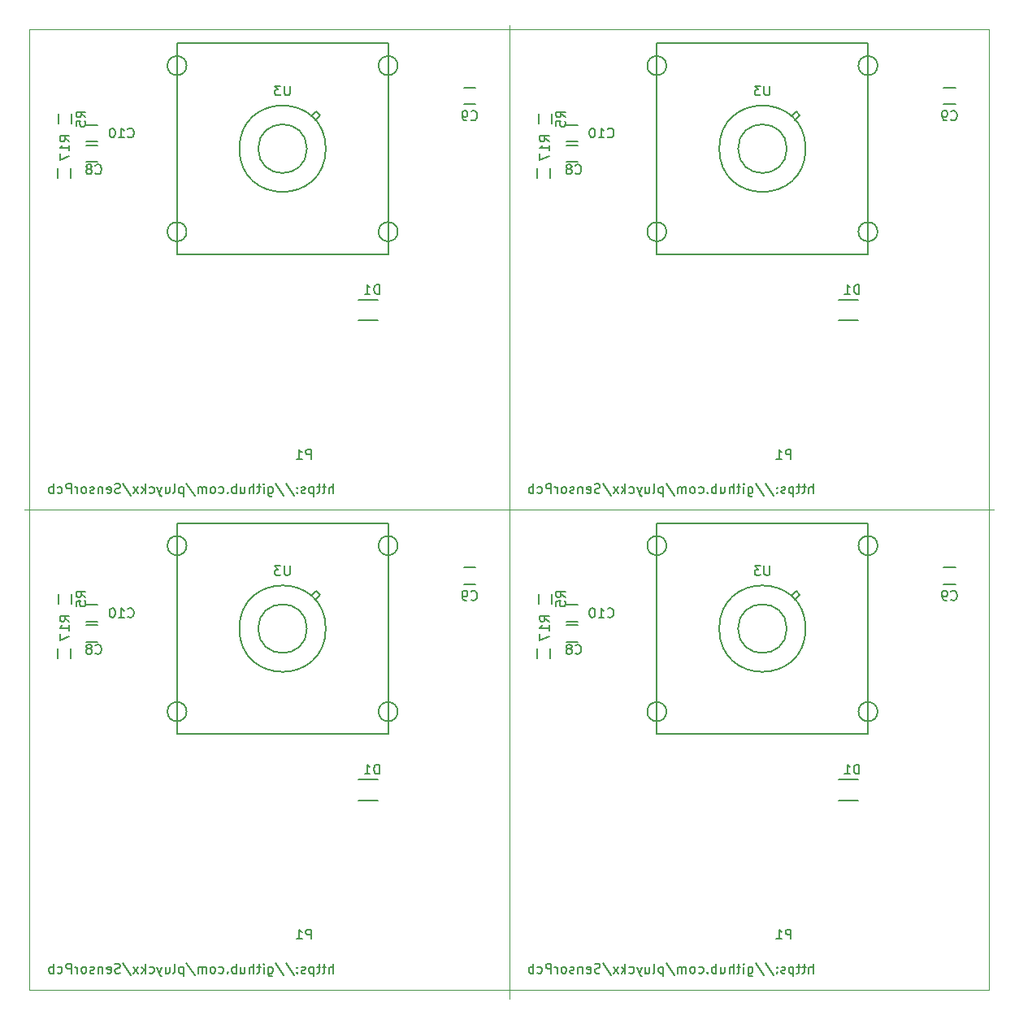
<source format=gbr>
G04 #@! TF.FileFunction,Legend,Bot*
%FSLAX46Y46*%
G04 Gerber Fmt 4.6, Leading zero omitted, Abs format (unit mm)*
G04 Created by KiCad (PCBNEW 4.0.4+dfsg1-stable) date Wed Mar  8 20:57:33 2017*
%MOMM*%
%LPD*%
G01*
G04 APERTURE LIST*
%ADD10C,0.100000*%
%ADD11C,0.200000*%
%ADD12C,0.150000*%
G04 APERTURE END LIST*
D10*
D11*
X122635716Y-138302381D02*
X122635716Y-137302381D01*
X122207144Y-138302381D02*
X122207144Y-137778571D01*
X122254763Y-137683333D01*
X122350001Y-137635714D01*
X122492859Y-137635714D01*
X122588097Y-137683333D01*
X122635716Y-137730952D01*
X121873811Y-137635714D02*
X121492859Y-137635714D01*
X121730954Y-137302381D02*
X121730954Y-138159524D01*
X121683335Y-138254762D01*
X121588097Y-138302381D01*
X121492859Y-138302381D01*
X121302382Y-137635714D02*
X120921430Y-137635714D01*
X121159525Y-137302381D02*
X121159525Y-138159524D01*
X121111906Y-138254762D01*
X121016668Y-138302381D01*
X120921430Y-138302381D01*
X120588096Y-137635714D02*
X120588096Y-138635714D01*
X120588096Y-137683333D02*
X120492858Y-137635714D01*
X120302381Y-137635714D01*
X120207143Y-137683333D01*
X120159524Y-137730952D01*
X120111905Y-137826190D01*
X120111905Y-138111905D01*
X120159524Y-138207143D01*
X120207143Y-138254762D01*
X120302381Y-138302381D01*
X120492858Y-138302381D01*
X120588096Y-138254762D01*
X119730953Y-138254762D02*
X119635715Y-138302381D01*
X119445239Y-138302381D01*
X119350000Y-138254762D01*
X119302381Y-138159524D01*
X119302381Y-138111905D01*
X119350000Y-138016667D01*
X119445239Y-137969048D01*
X119588096Y-137969048D01*
X119683334Y-137921429D01*
X119730953Y-137826190D01*
X119730953Y-137778571D01*
X119683334Y-137683333D01*
X119588096Y-137635714D01*
X119445239Y-137635714D01*
X119350000Y-137683333D01*
X118873810Y-138207143D02*
X118826191Y-138254762D01*
X118873810Y-138302381D01*
X118921429Y-138254762D01*
X118873810Y-138207143D01*
X118873810Y-138302381D01*
X118873810Y-137683333D02*
X118826191Y-137730952D01*
X118873810Y-137778571D01*
X118921429Y-137730952D01*
X118873810Y-137683333D01*
X118873810Y-137778571D01*
X117683334Y-137254762D02*
X118540477Y-138540476D01*
X116635715Y-137254762D02*
X117492858Y-138540476D01*
X115873810Y-137635714D02*
X115873810Y-138445238D01*
X115921429Y-138540476D01*
X115969048Y-138588095D01*
X116064287Y-138635714D01*
X116207144Y-138635714D01*
X116302382Y-138588095D01*
X115873810Y-138254762D02*
X115969048Y-138302381D01*
X116159525Y-138302381D01*
X116254763Y-138254762D01*
X116302382Y-138207143D01*
X116350001Y-138111905D01*
X116350001Y-137826190D01*
X116302382Y-137730952D01*
X116254763Y-137683333D01*
X116159525Y-137635714D01*
X115969048Y-137635714D01*
X115873810Y-137683333D01*
X115397620Y-138302381D02*
X115397620Y-137635714D01*
X115397620Y-137302381D02*
X115445239Y-137350000D01*
X115397620Y-137397619D01*
X115350001Y-137350000D01*
X115397620Y-137302381D01*
X115397620Y-137397619D01*
X115064287Y-137635714D02*
X114683335Y-137635714D01*
X114921430Y-137302381D02*
X114921430Y-138159524D01*
X114873811Y-138254762D01*
X114778573Y-138302381D01*
X114683335Y-138302381D01*
X114350001Y-138302381D02*
X114350001Y-137302381D01*
X113921429Y-138302381D02*
X113921429Y-137778571D01*
X113969048Y-137683333D01*
X114064286Y-137635714D01*
X114207144Y-137635714D01*
X114302382Y-137683333D01*
X114350001Y-137730952D01*
X113016667Y-137635714D02*
X113016667Y-138302381D01*
X113445239Y-137635714D02*
X113445239Y-138159524D01*
X113397620Y-138254762D01*
X113302382Y-138302381D01*
X113159524Y-138302381D01*
X113064286Y-138254762D01*
X113016667Y-138207143D01*
X112540477Y-138302381D02*
X112540477Y-137302381D01*
X112540477Y-137683333D02*
X112445239Y-137635714D01*
X112254762Y-137635714D01*
X112159524Y-137683333D01*
X112111905Y-137730952D01*
X112064286Y-137826190D01*
X112064286Y-138111905D01*
X112111905Y-138207143D01*
X112159524Y-138254762D01*
X112254762Y-138302381D01*
X112445239Y-138302381D01*
X112540477Y-138254762D01*
X111635715Y-138207143D02*
X111588096Y-138254762D01*
X111635715Y-138302381D01*
X111683334Y-138254762D01*
X111635715Y-138207143D01*
X111635715Y-138302381D01*
X110730953Y-138254762D02*
X110826191Y-138302381D01*
X111016668Y-138302381D01*
X111111906Y-138254762D01*
X111159525Y-138207143D01*
X111207144Y-138111905D01*
X111207144Y-137826190D01*
X111159525Y-137730952D01*
X111111906Y-137683333D01*
X111016668Y-137635714D01*
X110826191Y-137635714D01*
X110730953Y-137683333D01*
X110159525Y-138302381D02*
X110254763Y-138254762D01*
X110302382Y-138207143D01*
X110350001Y-138111905D01*
X110350001Y-137826190D01*
X110302382Y-137730952D01*
X110254763Y-137683333D01*
X110159525Y-137635714D01*
X110016667Y-137635714D01*
X109921429Y-137683333D01*
X109873810Y-137730952D01*
X109826191Y-137826190D01*
X109826191Y-138111905D01*
X109873810Y-138207143D01*
X109921429Y-138254762D01*
X110016667Y-138302381D01*
X110159525Y-138302381D01*
X109397620Y-138302381D02*
X109397620Y-137635714D01*
X109397620Y-137730952D02*
X109350001Y-137683333D01*
X109254763Y-137635714D01*
X109111905Y-137635714D01*
X109016667Y-137683333D01*
X108969048Y-137778571D01*
X108969048Y-138302381D01*
X108969048Y-137778571D02*
X108921429Y-137683333D01*
X108826191Y-137635714D01*
X108683334Y-137635714D01*
X108588096Y-137683333D01*
X108540477Y-137778571D01*
X108540477Y-138302381D01*
X107350001Y-137254762D02*
X108207144Y-138540476D01*
X107016668Y-137635714D02*
X107016668Y-138635714D01*
X107016668Y-137683333D02*
X106921430Y-137635714D01*
X106730953Y-137635714D01*
X106635715Y-137683333D01*
X106588096Y-137730952D01*
X106540477Y-137826190D01*
X106540477Y-138111905D01*
X106588096Y-138207143D01*
X106635715Y-138254762D01*
X106730953Y-138302381D01*
X106921430Y-138302381D01*
X107016668Y-138254762D01*
X105969049Y-138302381D02*
X106064287Y-138254762D01*
X106111906Y-138159524D01*
X106111906Y-137302381D01*
X105159524Y-137635714D02*
X105159524Y-138302381D01*
X105588096Y-137635714D02*
X105588096Y-138159524D01*
X105540477Y-138254762D01*
X105445239Y-138302381D01*
X105302381Y-138302381D01*
X105207143Y-138254762D01*
X105159524Y-138207143D01*
X104778572Y-137635714D02*
X104540477Y-138302381D01*
X104302381Y-137635714D02*
X104540477Y-138302381D01*
X104635715Y-138540476D01*
X104683334Y-138588095D01*
X104778572Y-138635714D01*
X103492857Y-138254762D02*
X103588095Y-138302381D01*
X103778572Y-138302381D01*
X103873810Y-138254762D01*
X103921429Y-138207143D01*
X103969048Y-138111905D01*
X103969048Y-137826190D01*
X103921429Y-137730952D01*
X103873810Y-137683333D01*
X103778572Y-137635714D01*
X103588095Y-137635714D01*
X103492857Y-137683333D01*
X103064286Y-138302381D02*
X103064286Y-137302381D01*
X102969048Y-137921429D02*
X102683333Y-138302381D01*
X102683333Y-137635714D02*
X103064286Y-138016667D01*
X102350000Y-138302381D02*
X101826190Y-137635714D01*
X102350000Y-137635714D02*
X101826190Y-138302381D01*
X100730952Y-137254762D02*
X101588095Y-138540476D01*
X100445238Y-138254762D02*
X100302381Y-138302381D01*
X100064285Y-138302381D01*
X99969047Y-138254762D01*
X99921428Y-138207143D01*
X99873809Y-138111905D01*
X99873809Y-138016667D01*
X99921428Y-137921429D01*
X99969047Y-137873810D01*
X100064285Y-137826190D01*
X100254762Y-137778571D01*
X100350000Y-137730952D01*
X100397619Y-137683333D01*
X100445238Y-137588095D01*
X100445238Y-137492857D01*
X100397619Y-137397619D01*
X100350000Y-137350000D01*
X100254762Y-137302381D01*
X100016666Y-137302381D01*
X99873809Y-137350000D01*
X99064285Y-138254762D02*
X99159523Y-138302381D01*
X99350000Y-138302381D01*
X99445238Y-138254762D01*
X99492857Y-138159524D01*
X99492857Y-137778571D01*
X99445238Y-137683333D01*
X99350000Y-137635714D01*
X99159523Y-137635714D01*
X99064285Y-137683333D01*
X99016666Y-137778571D01*
X99016666Y-137873810D01*
X99492857Y-137969048D01*
X98588095Y-137635714D02*
X98588095Y-138302381D01*
X98588095Y-137730952D02*
X98540476Y-137683333D01*
X98445238Y-137635714D01*
X98302380Y-137635714D01*
X98207142Y-137683333D01*
X98159523Y-137778571D01*
X98159523Y-138302381D01*
X97730952Y-138254762D02*
X97635714Y-138302381D01*
X97445238Y-138302381D01*
X97349999Y-138254762D01*
X97302380Y-138159524D01*
X97302380Y-138111905D01*
X97349999Y-138016667D01*
X97445238Y-137969048D01*
X97588095Y-137969048D01*
X97683333Y-137921429D01*
X97730952Y-137826190D01*
X97730952Y-137778571D01*
X97683333Y-137683333D01*
X97588095Y-137635714D01*
X97445238Y-137635714D01*
X97349999Y-137683333D01*
X96730952Y-138302381D02*
X96826190Y-138254762D01*
X96873809Y-138207143D01*
X96921428Y-138111905D01*
X96921428Y-137826190D01*
X96873809Y-137730952D01*
X96826190Y-137683333D01*
X96730952Y-137635714D01*
X96588094Y-137635714D01*
X96492856Y-137683333D01*
X96445237Y-137730952D01*
X96397618Y-137826190D01*
X96397618Y-138111905D01*
X96445237Y-138207143D01*
X96492856Y-138254762D01*
X96588094Y-138302381D01*
X96730952Y-138302381D01*
X95969047Y-138302381D02*
X95969047Y-137635714D01*
X95969047Y-137826190D02*
X95921428Y-137730952D01*
X95873809Y-137683333D01*
X95778571Y-137635714D01*
X95683332Y-137635714D01*
X95349999Y-138302381D02*
X95349999Y-137302381D01*
X94969046Y-137302381D01*
X94873808Y-137350000D01*
X94826189Y-137397619D01*
X94778570Y-137492857D01*
X94778570Y-137635714D01*
X94826189Y-137730952D01*
X94873808Y-137778571D01*
X94969046Y-137826190D01*
X95349999Y-137826190D01*
X93921427Y-138254762D02*
X94016665Y-138302381D01*
X94207142Y-138302381D01*
X94302380Y-138254762D01*
X94349999Y-138207143D01*
X94397618Y-138111905D01*
X94397618Y-137826190D01*
X94349999Y-137730952D01*
X94302380Y-137683333D01*
X94207142Y-137635714D01*
X94016665Y-137635714D01*
X93921427Y-137683333D01*
X93492856Y-138302381D02*
X93492856Y-137302381D01*
X93492856Y-137683333D02*
X93397618Y-137635714D01*
X93207141Y-137635714D01*
X93111903Y-137683333D01*
X93064284Y-137730952D01*
X93016665Y-137826190D01*
X93016665Y-138111905D01*
X93064284Y-138207143D01*
X93111903Y-138254762D01*
X93207141Y-138302381D01*
X93397618Y-138302381D01*
X93492856Y-138254762D01*
X172635716Y-138302381D02*
X172635716Y-137302381D01*
X172207144Y-138302381D02*
X172207144Y-137778571D01*
X172254763Y-137683333D01*
X172350001Y-137635714D01*
X172492859Y-137635714D01*
X172588097Y-137683333D01*
X172635716Y-137730952D01*
X171873811Y-137635714D02*
X171492859Y-137635714D01*
X171730954Y-137302381D02*
X171730954Y-138159524D01*
X171683335Y-138254762D01*
X171588097Y-138302381D01*
X171492859Y-138302381D01*
X171302382Y-137635714D02*
X170921430Y-137635714D01*
X171159525Y-137302381D02*
X171159525Y-138159524D01*
X171111906Y-138254762D01*
X171016668Y-138302381D01*
X170921430Y-138302381D01*
X170588096Y-137635714D02*
X170588096Y-138635714D01*
X170588096Y-137683333D02*
X170492858Y-137635714D01*
X170302381Y-137635714D01*
X170207143Y-137683333D01*
X170159524Y-137730952D01*
X170111905Y-137826190D01*
X170111905Y-138111905D01*
X170159524Y-138207143D01*
X170207143Y-138254762D01*
X170302381Y-138302381D01*
X170492858Y-138302381D01*
X170588096Y-138254762D01*
X169730953Y-138254762D02*
X169635715Y-138302381D01*
X169445239Y-138302381D01*
X169350000Y-138254762D01*
X169302381Y-138159524D01*
X169302381Y-138111905D01*
X169350000Y-138016667D01*
X169445239Y-137969048D01*
X169588096Y-137969048D01*
X169683334Y-137921429D01*
X169730953Y-137826190D01*
X169730953Y-137778571D01*
X169683334Y-137683333D01*
X169588096Y-137635714D01*
X169445239Y-137635714D01*
X169350000Y-137683333D01*
X168873810Y-138207143D02*
X168826191Y-138254762D01*
X168873810Y-138302381D01*
X168921429Y-138254762D01*
X168873810Y-138207143D01*
X168873810Y-138302381D01*
X168873810Y-137683333D02*
X168826191Y-137730952D01*
X168873810Y-137778571D01*
X168921429Y-137730952D01*
X168873810Y-137683333D01*
X168873810Y-137778571D01*
X167683334Y-137254762D02*
X168540477Y-138540476D01*
X166635715Y-137254762D02*
X167492858Y-138540476D01*
X165873810Y-137635714D02*
X165873810Y-138445238D01*
X165921429Y-138540476D01*
X165969048Y-138588095D01*
X166064287Y-138635714D01*
X166207144Y-138635714D01*
X166302382Y-138588095D01*
X165873810Y-138254762D02*
X165969048Y-138302381D01*
X166159525Y-138302381D01*
X166254763Y-138254762D01*
X166302382Y-138207143D01*
X166350001Y-138111905D01*
X166350001Y-137826190D01*
X166302382Y-137730952D01*
X166254763Y-137683333D01*
X166159525Y-137635714D01*
X165969048Y-137635714D01*
X165873810Y-137683333D01*
X165397620Y-138302381D02*
X165397620Y-137635714D01*
X165397620Y-137302381D02*
X165445239Y-137350000D01*
X165397620Y-137397619D01*
X165350001Y-137350000D01*
X165397620Y-137302381D01*
X165397620Y-137397619D01*
X165064287Y-137635714D02*
X164683335Y-137635714D01*
X164921430Y-137302381D02*
X164921430Y-138159524D01*
X164873811Y-138254762D01*
X164778573Y-138302381D01*
X164683335Y-138302381D01*
X164350001Y-138302381D02*
X164350001Y-137302381D01*
X163921429Y-138302381D02*
X163921429Y-137778571D01*
X163969048Y-137683333D01*
X164064286Y-137635714D01*
X164207144Y-137635714D01*
X164302382Y-137683333D01*
X164350001Y-137730952D01*
X163016667Y-137635714D02*
X163016667Y-138302381D01*
X163445239Y-137635714D02*
X163445239Y-138159524D01*
X163397620Y-138254762D01*
X163302382Y-138302381D01*
X163159524Y-138302381D01*
X163064286Y-138254762D01*
X163016667Y-138207143D01*
X162540477Y-138302381D02*
X162540477Y-137302381D01*
X162540477Y-137683333D02*
X162445239Y-137635714D01*
X162254762Y-137635714D01*
X162159524Y-137683333D01*
X162111905Y-137730952D01*
X162064286Y-137826190D01*
X162064286Y-138111905D01*
X162111905Y-138207143D01*
X162159524Y-138254762D01*
X162254762Y-138302381D01*
X162445239Y-138302381D01*
X162540477Y-138254762D01*
X161635715Y-138207143D02*
X161588096Y-138254762D01*
X161635715Y-138302381D01*
X161683334Y-138254762D01*
X161635715Y-138207143D01*
X161635715Y-138302381D01*
X160730953Y-138254762D02*
X160826191Y-138302381D01*
X161016668Y-138302381D01*
X161111906Y-138254762D01*
X161159525Y-138207143D01*
X161207144Y-138111905D01*
X161207144Y-137826190D01*
X161159525Y-137730952D01*
X161111906Y-137683333D01*
X161016668Y-137635714D01*
X160826191Y-137635714D01*
X160730953Y-137683333D01*
X160159525Y-138302381D02*
X160254763Y-138254762D01*
X160302382Y-138207143D01*
X160350001Y-138111905D01*
X160350001Y-137826190D01*
X160302382Y-137730952D01*
X160254763Y-137683333D01*
X160159525Y-137635714D01*
X160016667Y-137635714D01*
X159921429Y-137683333D01*
X159873810Y-137730952D01*
X159826191Y-137826190D01*
X159826191Y-138111905D01*
X159873810Y-138207143D01*
X159921429Y-138254762D01*
X160016667Y-138302381D01*
X160159525Y-138302381D01*
X159397620Y-138302381D02*
X159397620Y-137635714D01*
X159397620Y-137730952D02*
X159350001Y-137683333D01*
X159254763Y-137635714D01*
X159111905Y-137635714D01*
X159016667Y-137683333D01*
X158969048Y-137778571D01*
X158969048Y-138302381D01*
X158969048Y-137778571D02*
X158921429Y-137683333D01*
X158826191Y-137635714D01*
X158683334Y-137635714D01*
X158588096Y-137683333D01*
X158540477Y-137778571D01*
X158540477Y-138302381D01*
X157350001Y-137254762D02*
X158207144Y-138540476D01*
X157016668Y-137635714D02*
X157016668Y-138635714D01*
X157016668Y-137683333D02*
X156921430Y-137635714D01*
X156730953Y-137635714D01*
X156635715Y-137683333D01*
X156588096Y-137730952D01*
X156540477Y-137826190D01*
X156540477Y-138111905D01*
X156588096Y-138207143D01*
X156635715Y-138254762D01*
X156730953Y-138302381D01*
X156921430Y-138302381D01*
X157016668Y-138254762D01*
X155969049Y-138302381D02*
X156064287Y-138254762D01*
X156111906Y-138159524D01*
X156111906Y-137302381D01*
X155159524Y-137635714D02*
X155159524Y-138302381D01*
X155588096Y-137635714D02*
X155588096Y-138159524D01*
X155540477Y-138254762D01*
X155445239Y-138302381D01*
X155302381Y-138302381D01*
X155207143Y-138254762D01*
X155159524Y-138207143D01*
X154778572Y-137635714D02*
X154540477Y-138302381D01*
X154302381Y-137635714D02*
X154540477Y-138302381D01*
X154635715Y-138540476D01*
X154683334Y-138588095D01*
X154778572Y-138635714D01*
X153492857Y-138254762D02*
X153588095Y-138302381D01*
X153778572Y-138302381D01*
X153873810Y-138254762D01*
X153921429Y-138207143D01*
X153969048Y-138111905D01*
X153969048Y-137826190D01*
X153921429Y-137730952D01*
X153873810Y-137683333D01*
X153778572Y-137635714D01*
X153588095Y-137635714D01*
X153492857Y-137683333D01*
X153064286Y-138302381D02*
X153064286Y-137302381D01*
X152969048Y-137921429D02*
X152683333Y-138302381D01*
X152683333Y-137635714D02*
X153064286Y-138016667D01*
X152350000Y-138302381D02*
X151826190Y-137635714D01*
X152350000Y-137635714D02*
X151826190Y-138302381D01*
X150730952Y-137254762D02*
X151588095Y-138540476D01*
X150445238Y-138254762D02*
X150302381Y-138302381D01*
X150064285Y-138302381D01*
X149969047Y-138254762D01*
X149921428Y-138207143D01*
X149873809Y-138111905D01*
X149873809Y-138016667D01*
X149921428Y-137921429D01*
X149969047Y-137873810D01*
X150064285Y-137826190D01*
X150254762Y-137778571D01*
X150350000Y-137730952D01*
X150397619Y-137683333D01*
X150445238Y-137588095D01*
X150445238Y-137492857D01*
X150397619Y-137397619D01*
X150350000Y-137350000D01*
X150254762Y-137302381D01*
X150016666Y-137302381D01*
X149873809Y-137350000D01*
X149064285Y-138254762D02*
X149159523Y-138302381D01*
X149350000Y-138302381D01*
X149445238Y-138254762D01*
X149492857Y-138159524D01*
X149492857Y-137778571D01*
X149445238Y-137683333D01*
X149350000Y-137635714D01*
X149159523Y-137635714D01*
X149064285Y-137683333D01*
X149016666Y-137778571D01*
X149016666Y-137873810D01*
X149492857Y-137969048D01*
X148588095Y-137635714D02*
X148588095Y-138302381D01*
X148588095Y-137730952D02*
X148540476Y-137683333D01*
X148445238Y-137635714D01*
X148302380Y-137635714D01*
X148207142Y-137683333D01*
X148159523Y-137778571D01*
X148159523Y-138302381D01*
X147730952Y-138254762D02*
X147635714Y-138302381D01*
X147445238Y-138302381D01*
X147349999Y-138254762D01*
X147302380Y-138159524D01*
X147302380Y-138111905D01*
X147349999Y-138016667D01*
X147445238Y-137969048D01*
X147588095Y-137969048D01*
X147683333Y-137921429D01*
X147730952Y-137826190D01*
X147730952Y-137778571D01*
X147683333Y-137683333D01*
X147588095Y-137635714D01*
X147445238Y-137635714D01*
X147349999Y-137683333D01*
X146730952Y-138302381D02*
X146826190Y-138254762D01*
X146873809Y-138207143D01*
X146921428Y-138111905D01*
X146921428Y-137826190D01*
X146873809Y-137730952D01*
X146826190Y-137683333D01*
X146730952Y-137635714D01*
X146588094Y-137635714D01*
X146492856Y-137683333D01*
X146445237Y-137730952D01*
X146397618Y-137826190D01*
X146397618Y-138111905D01*
X146445237Y-138207143D01*
X146492856Y-138254762D01*
X146588094Y-138302381D01*
X146730952Y-138302381D01*
X145969047Y-138302381D02*
X145969047Y-137635714D01*
X145969047Y-137826190D02*
X145921428Y-137730952D01*
X145873809Y-137683333D01*
X145778571Y-137635714D01*
X145683332Y-137635714D01*
X145349999Y-138302381D02*
X145349999Y-137302381D01*
X144969046Y-137302381D01*
X144873808Y-137350000D01*
X144826189Y-137397619D01*
X144778570Y-137492857D01*
X144778570Y-137635714D01*
X144826189Y-137730952D01*
X144873808Y-137778571D01*
X144969046Y-137826190D01*
X145349999Y-137826190D01*
X143921427Y-138254762D02*
X144016665Y-138302381D01*
X144207142Y-138302381D01*
X144302380Y-138254762D01*
X144349999Y-138207143D01*
X144397618Y-138111905D01*
X144397618Y-137826190D01*
X144349999Y-137730952D01*
X144302380Y-137683333D01*
X144207142Y-137635714D01*
X144016665Y-137635714D01*
X143921427Y-137683333D01*
X143492856Y-138302381D02*
X143492856Y-137302381D01*
X143492856Y-137683333D02*
X143397618Y-137635714D01*
X143207141Y-137635714D01*
X143111903Y-137683333D01*
X143064284Y-137730952D01*
X143016665Y-137826190D01*
X143016665Y-138111905D01*
X143064284Y-138207143D01*
X143111903Y-138254762D01*
X143207141Y-138302381D01*
X143397618Y-138302381D01*
X143492856Y-138254762D01*
X172635716Y-88302381D02*
X172635716Y-87302381D01*
X172207144Y-88302381D02*
X172207144Y-87778571D01*
X172254763Y-87683333D01*
X172350001Y-87635714D01*
X172492859Y-87635714D01*
X172588097Y-87683333D01*
X172635716Y-87730952D01*
X171873811Y-87635714D02*
X171492859Y-87635714D01*
X171730954Y-87302381D02*
X171730954Y-88159524D01*
X171683335Y-88254762D01*
X171588097Y-88302381D01*
X171492859Y-88302381D01*
X171302382Y-87635714D02*
X170921430Y-87635714D01*
X171159525Y-87302381D02*
X171159525Y-88159524D01*
X171111906Y-88254762D01*
X171016668Y-88302381D01*
X170921430Y-88302381D01*
X170588096Y-87635714D02*
X170588096Y-88635714D01*
X170588096Y-87683333D02*
X170492858Y-87635714D01*
X170302381Y-87635714D01*
X170207143Y-87683333D01*
X170159524Y-87730952D01*
X170111905Y-87826190D01*
X170111905Y-88111905D01*
X170159524Y-88207143D01*
X170207143Y-88254762D01*
X170302381Y-88302381D01*
X170492858Y-88302381D01*
X170588096Y-88254762D01*
X169730953Y-88254762D02*
X169635715Y-88302381D01*
X169445239Y-88302381D01*
X169350000Y-88254762D01*
X169302381Y-88159524D01*
X169302381Y-88111905D01*
X169350000Y-88016667D01*
X169445239Y-87969048D01*
X169588096Y-87969048D01*
X169683334Y-87921429D01*
X169730953Y-87826190D01*
X169730953Y-87778571D01*
X169683334Y-87683333D01*
X169588096Y-87635714D01*
X169445239Y-87635714D01*
X169350000Y-87683333D01*
X168873810Y-88207143D02*
X168826191Y-88254762D01*
X168873810Y-88302381D01*
X168921429Y-88254762D01*
X168873810Y-88207143D01*
X168873810Y-88302381D01*
X168873810Y-87683333D02*
X168826191Y-87730952D01*
X168873810Y-87778571D01*
X168921429Y-87730952D01*
X168873810Y-87683333D01*
X168873810Y-87778571D01*
X167683334Y-87254762D02*
X168540477Y-88540476D01*
X166635715Y-87254762D02*
X167492858Y-88540476D01*
X165873810Y-87635714D02*
X165873810Y-88445238D01*
X165921429Y-88540476D01*
X165969048Y-88588095D01*
X166064287Y-88635714D01*
X166207144Y-88635714D01*
X166302382Y-88588095D01*
X165873810Y-88254762D02*
X165969048Y-88302381D01*
X166159525Y-88302381D01*
X166254763Y-88254762D01*
X166302382Y-88207143D01*
X166350001Y-88111905D01*
X166350001Y-87826190D01*
X166302382Y-87730952D01*
X166254763Y-87683333D01*
X166159525Y-87635714D01*
X165969048Y-87635714D01*
X165873810Y-87683333D01*
X165397620Y-88302381D02*
X165397620Y-87635714D01*
X165397620Y-87302381D02*
X165445239Y-87350000D01*
X165397620Y-87397619D01*
X165350001Y-87350000D01*
X165397620Y-87302381D01*
X165397620Y-87397619D01*
X165064287Y-87635714D02*
X164683335Y-87635714D01*
X164921430Y-87302381D02*
X164921430Y-88159524D01*
X164873811Y-88254762D01*
X164778573Y-88302381D01*
X164683335Y-88302381D01*
X164350001Y-88302381D02*
X164350001Y-87302381D01*
X163921429Y-88302381D02*
X163921429Y-87778571D01*
X163969048Y-87683333D01*
X164064286Y-87635714D01*
X164207144Y-87635714D01*
X164302382Y-87683333D01*
X164350001Y-87730952D01*
X163016667Y-87635714D02*
X163016667Y-88302381D01*
X163445239Y-87635714D02*
X163445239Y-88159524D01*
X163397620Y-88254762D01*
X163302382Y-88302381D01*
X163159524Y-88302381D01*
X163064286Y-88254762D01*
X163016667Y-88207143D01*
X162540477Y-88302381D02*
X162540477Y-87302381D01*
X162540477Y-87683333D02*
X162445239Y-87635714D01*
X162254762Y-87635714D01*
X162159524Y-87683333D01*
X162111905Y-87730952D01*
X162064286Y-87826190D01*
X162064286Y-88111905D01*
X162111905Y-88207143D01*
X162159524Y-88254762D01*
X162254762Y-88302381D01*
X162445239Y-88302381D01*
X162540477Y-88254762D01*
X161635715Y-88207143D02*
X161588096Y-88254762D01*
X161635715Y-88302381D01*
X161683334Y-88254762D01*
X161635715Y-88207143D01*
X161635715Y-88302381D01*
X160730953Y-88254762D02*
X160826191Y-88302381D01*
X161016668Y-88302381D01*
X161111906Y-88254762D01*
X161159525Y-88207143D01*
X161207144Y-88111905D01*
X161207144Y-87826190D01*
X161159525Y-87730952D01*
X161111906Y-87683333D01*
X161016668Y-87635714D01*
X160826191Y-87635714D01*
X160730953Y-87683333D01*
X160159525Y-88302381D02*
X160254763Y-88254762D01*
X160302382Y-88207143D01*
X160350001Y-88111905D01*
X160350001Y-87826190D01*
X160302382Y-87730952D01*
X160254763Y-87683333D01*
X160159525Y-87635714D01*
X160016667Y-87635714D01*
X159921429Y-87683333D01*
X159873810Y-87730952D01*
X159826191Y-87826190D01*
X159826191Y-88111905D01*
X159873810Y-88207143D01*
X159921429Y-88254762D01*
X160016667Y-88302381D01*
X160159525Y-88302381D01*
X159397620Y-88302381D02*
X159397620Y-87635714D01*
X159397620Y-87730952D02*
X159350001Y-87683333D01*
X159254763Y-87635714D01*
X159111905Y-87635714D01*
X159016667Y-87683333D01*
X158969048Y-87778571D01*
X158969048Y-88302381D01*
X158969048Y-87778571D02*
X158921429Y-87683333D01*
X158826191Y-87635714D01*
X158683334Y-87635714D01*
X158588096Y-87683333D01*
X158540477Y-87778571D01*
X158540477Y-88302381D01*
X157350001Y-87254762D02*
X158207144Y-88540476D01*
X157016668Y-87635714D02*
X157016668Y-88635714D01*
X157016668Y-87683333D02*
X156921430Y-87635714D01*
X156730953Y-87635714D01*
X156635715Y-87683333D01*
X156588096Y-87730952D01*
X156540477Y-87826190D01*
X156540477Y-88111905D01*
X156588096Y-88207143D01*
X156635715Y-88254762D01*
X156730953Y-88302381D01*
X156921430Y-88302381D01*
X157016668Y-88254762D01*
X155969049Y-88302381D02*
X156064287Y-88254762D01*
X156111906Y-88159524D01*
X156111906Y-87302381D01*
X155159524Y-87635714D02*
X155159524Y-88302381D01*
X155588096Y-87635714D02*
X155588096Y-88159524D01*
X155540477Y-88254762D01*
X155445239Y-88302381D01*
X155302381Y-88302381D01*
X155207143Y-88254762D01*
X155159524Y-88207143D01*
X154778572Y-87635714D02*
X154540477Y-88302381D01*
X154302381Y-87635714D02*
X154540477Y-88302381D01*
X154635715Y-88540476D01*
X154683334Y-88588095D01*
X154778572Y-88635714D01*
X153492857Y-88254762D02*
X153588095Y-88302381D01*
X153778572Y-88302381D01*
X153873810Y-88254762D01*
X153921429Y-88207143D01*
X153969048Y-88111905D01*
X153969048Y-87826190D01*
X153921429Y-87730952D01*
X153873810Y-87683333D01*
X153778572Y-87635714D01*
X153588095Y-87635714D01*
X153492857Y-87683333D01*
X153064286Y-88302381D02*
X153064286Y-87302381D01*
X152969048Y-87921429D02*
X152683333Y-88302381D01*
X152683333Y-87635714D02*
X153064286Y-88016667D01*
X152350000Y-88302381D02*
X151826190Y-87635714D01*
X152350000Y-87635714D02*
X151826190Y-88302381D01*
X150730952Y-87254762D02*
X151588095Y-88540476D01*
X150445238Y-88254762D02*
X150302381Y-88302381D01*
X150064285Y-88302381D01*
X149969047Y-88254762D01*
X149921428Y-88207143D01*
X149873809Y-88111905D01*
X149873809Y-88016667D01*
X149921428Y-87921429D01*
X149969047Y-87873810D01*
X150064285Y-87826190D01*
X150254762Y-87778571D01*
X150350000Y-87730952D01*
X150397619Y-87683333D01*
X150445238Y-87588095D01*
X150445238Y-87492857D01*
X150397619Y-87397619D01*
X150350000Y-87350000D01*
X150254762Y-87302381D01*
X150016666Y-87302381D01*
X149873809Y-87350000D01*
X149064285Y-88254762D02*
X149159523Y-88302381D01*
X149350000Y-88302381D01*
X149445238Y-88254762D01*
X149492857Y-88159524D01*
X149492857Y-87778571D01*
X149445238Y-87683333D01*
X149350000Y-87635714D01*
X149159523Y-87635714D01*
X149064285Y-87683333D01*
X149016666Y-87778571D01*
X149016666Y-87873810D01*
X149492857Y-87969048D01*
X148588095Y-87635714D02*
X148588095Y-88302381D01*
X148588095Y-87730952D02*
X148540476Y-87683333D01*
X148445238Y-87635714D01*
X148302380Y-87635714D01*
X148207142Y-87683333D01*
X148159523Y-87778571D01*
X148159523Y-88302381D01*
X147730952Y-88254762D02*
X147635714Y-88302381D01*
X147445238Y-88302381D01*
X147349999Y-88254762D01*
X147302380Y-88159524D01*
X147302380Y-88111905D01*
X147349999Y-88016667D01*
X147445238Y-87969048D01*
X147588095Y-87969048D01*
X147683333Y-87921429D01*
X147730952Y-87826190D01*
X147730952Y-87778571D01*
X147683333Y-87683333D01*
X147588095Y-87635714D01*
X147445238Y-87635714D01*
X147349999Y-87683333D01*
X146730952Y-88302381D02*
X146826190Y-88254762D01*
X146873809Y-88207143D01*
X146921428Y-88111905D01*
X146921428Y-87826190D01*
X146873809Y-87730952D01*
X146826190Y-87683333D01*
X146730952Y-87635714D01*
X146588094Y-87635714D01*
X146492856Y-87683333D01*
X146445237Y-87730952D01*
X146397618Y-87826190D01*
X146397618Y-88111905D01*
X146445237Y-88207143D01*
X146492856Y-88254762D01*
X146588094Y-88302381D01*
X146730952Y-88302381D01*
X145969047Y-88302381D02*
X145969047Y-87635714D01*
X145969047Y-87826190D02*
X145921428Y-87730952D01*
X145873809Y-87683333D01*
X145778571Y-87635714D01*
X145683332Y-87635714D01*
X145349999Y-88302381D02*
X145349999Y-87302381D01*
X144969046Y-87302381D01*
X144873808Y-87350000D01*
X144826189Y-87397619D01*
X144778570Y-87492857D01*
X144778570Y-87635714D01*
X144826189Y-87730952D01*
X144873808Y-87778571D01*
X144969046Y-87826190D01*
X145349999Y-87826190D01*
X143921427Y-88254762D02*
X144016665Y-88302381D01*
X144207142Y-88302381D01*
X144302380Y-88254762D01*
X144349999Y-88207143D01*
X144397618Y-88111905D01*
X144397618Y-87826190D01*
X144349999Y-87730952D01*
X144302380Y-87683333D01*
X144207142Y-87635714D01*
X144016665Y-87635714D01*
X143921427Y-87683333D01*
X143492856Y-88302381D02*
X143492856Y-87302381D01*
X143492856Y-87683333D02*
X143397618Y-87635714D01*
X143207141Y-87635714D01*
X143111903Y-87683333D01*
X143064284Y-87730952D01*
X143016665Y-87826190D01*
X143016665Y-88111905D01*
X143064284Y-88207143D01*
X143111903Y-88254762D01*
X143207141Y-88302381D01*
X143397618Y-88302381D01*
X143492856Y-88254762D01*
D10*
X91000000Y-40000000D02*
X191000000Y-40000000D01*
X90500000Y-90000000D02*
X191500000Y-90000000D01*
X141000000Y-39500000D02*
X141000000Y-141000000D01*
X91000000Y-140000000D02*
X191000000Y-140000000D01*
X91000000Y-40000000D02*
X91000000Y-140000000D01*
X191000000Y-40000000D02*
X191000000Y-140000000D01*
D11*
X122635716Y-88302381D02*
X122635716Y-87302381D01*
X122207144Y-88302381D02*
X122207144Y-87778571D01*
X122254763Y-87683333D01*
X122350001Y-87635714D01*
X122492859Y-87635714D01*
X122588097Y-87683333D01*
X122635716Y-87730952D01*
X121873811Y-87635714D02*
X121492859Y-87635714D01*
X121730954Y-87302381D02*
X121730954Y-88159524D01*
X121683335Y-88254762D01*
X121588097Y-88302381D01*
X121492859Y-88302381D01*
X121302382Y-87635714D02*
X120921430Y-87635714D01*
X121159525Y-87302381D02*
X121159525Y-88159524D01*
X121111906Y-88254762D01*
X121016668Y-88302381D01*
X120921430Y-88302381D01*
X120588096Y-87635714D02*
X120588096Y-88635714D01*
X120588096Y-87683333D02*
X120492858Y-87635714D01*
X120302381Y-87635714D01*
X120207143Y-87683333D01*
X120159524Y-87730952D01*
X120111905Y-87826190D01*
X120111905Y-88111905D01*
X120159524Y-88207143D01*
X120207143Y-88254762D01*
X120302381Y-88302381D01*
X120492858Y-88302381D01*
X120588096Y-88254762D01*
X119730953Y-88254762D02*
X119635715Y-88302381D01*
X119445239Y-88302381D01*
X119350000Y-88254762D01*
X119302381Y-88159524D01*
X119302381Y-88111905D01*
X119350000Y-88016667D01*
X119445239Y-87969048D01*
X119588096Y-87969048D01*
X119683334Y-87921429D01*
X119730953Y-87826190D01*
X119730953Y-87778571D01*
X119683334Y-87683333D01*
X119588096Y-87635714D01*
X119445239Y-87635714D01*
X119350000Y-87683333D01*
X118873810Y-88207143D02*
X118826191Y-88254762D01*
X118873810Y-88302381D01*
X118921429Y-88254762D01*
X118873810Y-88207143D01*
X118873810Y-88302381D01*
X118873810Y-87683333D02*
X118826191Y-87730952D01*
X118873810Y-87778571D01*
X118921429Y-87730952D01*
X118873810Y-87683333D01*
X118873810Y-87778571D01*
X117683334Y-87254762D02*
X118540477Y-88540476D01*
X116635715Y-87254762D02*
X117492858Y-88540476D01*
X115873810Y-87635714D02*
X115873810Y-88445238D01*
X115921429Y-88540476D01*
X115969048Y-88588095D01*
X116064287Y-88635714D01*
X116207144Y-88635714D01*
X116302382Y-88588095D01*
X115873810Y-88254762D02*
X115969048Y-88302381D01*
X116159525Y-88302381D01*
X116254763Y-88254762D01*
X116302382Y-88207143D01*
X116350001Y-88111905D01*
X116350001Y-87826190D01*
X116302382Y-87730952D01*
X116254763Y-87683333D01*
X116159525Y-87635714D01*
X115969048Y-87635714D01*
X115873810Y-87683333D01*
X115397620Y-88302381D02*
X115397620Y-87635714D01*
X115397620Y-87302381D02*
X115445239Y-87350000D01*
X115397620Y-87397619D01*
X115350001Y-87350000D01*
X115397620Y-87302381D01*
X115397620Y-87397619D01*
X115064287Y-87635714D02*
X114683335Y-87635714D01*
X114921430Y-87302381D02*
X114921430Y-88159524D01*
X114873811Y-88254762D01*
X114778573Y-88302381D01*
X114683335Y-88302381D01*
X114350001Y-88302381D02*
X114350001Y-87302381D01*
X113921429Y-88302381D02*
X113921429Y-87778571D01*
X113969048Y-87683333D01*
X114064286Y-87635714D01*
X114207144Y-87635714D01*
X114302382Y-87683333D01*
X114350001Y-87730952D01*
X113016667Y-87635714D02*
X113016667Y-88302381D01*
X113445239Y-87635714D02*
X113445239Y-88159524D01*
X113397620Y-88254762D01*
X113302382Y-88302381D01*
X113159524Y-88302381D01*
X113064286Y-88254762D01*
X113016667Y-88207143D01*
X112540477Y-88302381D02*
X112540477Y-87302381D01*
X112540477Y-87683333D02*
X112445239Y-87635714D01*
X112254762Y-87635714D01*
X112159524Y-87683333D01*
X112111905Y-87730952D01*
X112064286Y-87826190D01*
X112064286Y-88111905D01*
X112111905Y-88207143D01*
X112159524Y-88254762D01*
X112254762Y-88302381D01*
X112445239Y-88302381D01*
X112540477Y-88254762D01*
X111635715Y-88207143D02*
X111588096Y-88254762D01*
X111635715Y-88302381D01*
X111683334Y-88254762D01*
X111635715Y-88207143D01*
X111635715Y-88302381D01*
X110730953Y-88254762D02*
X110826191Y-88302381D01*
X111016668Y-88302381D01*
X111111906Y-88254762D01*
X111159525Y-88207143D01*
X111207144Y-88111905D01*
X111207144Y-87826190D01*
X111159525Y-87730952D01*
X111111906Y-87683333D01*
X111016668Y-87635714D01*
X110826191Y-87635714D01*
X110730953Y-87683333D01*
X110159525Y-88302381D02*
X110254763Y-88254762D01*
X110302382Y-88207143D01*
X110350001Y-88111905D01*
X110350001Y-87826190D01*
X110302382Y-87730952D01*
X110254763Y-87683333D01*
X110159525Y-87635714D01*
X110016667Y-87635714D01*
X109921429Y-87683333D01*
X109873810Y-87730952D01*
X109826191Y-87826190D01*
X109826191Y-88111905D01*
X109873810Y-88207143D01*
X109921429Y-88254762D01*
X110016667Y-88302381D01*
X110159525Y-88302381D01*
X109397620Y-88302381D02*
X109397620Y-87635714D01*
X109397620Y-87730952D02*
X109350001Y-87683333D01*
X109254763Y-87635714D01*
X109111905Y-87635714D01*
X109016667Y-87683333D01*
X108969048Y-87778571D01*
X108969048Y-88302381D01*
X108969048Y-87778571D02*
X108921429Y-87683333D01*
X108826191Y-87635714D01*
X108683334Y-87635714D01*
X108588096Y-87683333D01*
X108540477Y-87778571D01*
X108540477Y-88302381D01*
X107350001Y-87254762D02*
X108207144Y-88540476D01*
X107016668Y-87635714D02*
X107016668Y-88635714D01*
X107016668Y-87683333D02*
X106921430Y-87635714D01*
X106730953Y-87635714D01*
X106635715Y-87683333D01*
X106588096Y-87730952D01*
X106540477Y-87826190D01*
X106540477Y-88111905D01*
X106588096Y-88207143D01*
X106635715Y-88254762D01*
X106730953Y-88302381D01*
X106921430Y-88302381D01*
X107016668Y-88254762D01*
X105969049Y-88302381D02*
X106064287Y-88254762D01*
X106111906Y-88159524D01*
X106111906Y-87302381D01*
X105159524Y-87635714D02*
X105159524Y-88302381D01*
X105588096Y-87635714D02*
X105588096Y-88159524D01*
X105540477Y-88254762D01*
X105445239Y-88302381D01*
X105302381Y-88302381D01*
X105207143Y-88254762D01*
X105159524Y-88207143D01*
X104778572Y-87635714D02*
X104540477Y-88302381D01*
X104302381Y-87635714D02*
X104540477Y-88302381D01*
X104635715Y-88540476D01*
X104683334Y-88588095D01*
X104778572Y-88635714D01*
X103492857Y-88254762D02*
X103588095Y-88302381D01*
X103778572Y-88302381D01*
X103873810Y-88254762D01*
X103921429Y-88207143D01*
X103969048Y-88111905D01*
X103969048Y-87826190D01*
X103921429Y-87730952D01*
X103873810Y-87683333D01*
X103778572Y-87635714D01*
X103588095Y-87635714D01*
X103492857Y-87683333D01*
X103064286Y-88302381D02*
X103064286Y-87302381D01*
X102969048Y-87921429D02*
X102683333Y-88302381D01*
X102683333Y-87635714D02*
X103064286Y-88016667D01*
X102350000Y-88302381D02*
X101826190Y-87635714D01*
X102350000Y-87635714D02*
X101826190Y-88302381D01*
X100730952Y-87254762D02*
X101588095Y-88540476D01*
X100445238Y-88254762D02*
X100302381Y-88302381D01*
X100064285Y-88302381D01*
X99969047Y-88254762D01*
X99921428Y-88207143D01*
X99873809Y-88111905D01*
X99873809Y-88016667D01*
X99921428Y-87921429D01*
X99969047Y-87873810D01*
X100064285Y-87826190D01*
X100254762Y-87778571D01*
X100350000Y-87730952D01*
X100397619Y-87683333D01*
X100445238Y-87588095D01*
X100445238Y-87492857D01*
X100397619Y-87397619D01*
X100350000Y-87350000D01*
X100254762Y-87302381D01*
X100016666Y-87302381D01*
X99873809Y-87350000D01*
X99064285Y-88254762D02*
X99159523Y-88302381D01*
X99350000Y-88302381D01*
X99445238Y-88254762D01*
X99492857Y-88159524D01*
X99492857Y-87778571D01*
X99445238Y-87683333D01*
X99350000Y-87635714D01*
X99159523Y-87635714D01*
X99064285Y-87683333D01*
X99016666Y-87778571D01*
X99016666Y-87873810D01*
X99492857Y-87969048D01*
X98588095Y-87635714D02*
X98588095Y-88302381D01*
X98588095Y-87730952D02*
X98540476Y-87683333D01*
X98445238Y-87635714D01*
X98302380Y-87635714D01*
X98207142Y-87683333D01*
X98159523Y-87778571D01*
X98159523Y-88302381D01*
X97730952Y-88254762D02*
X97635714Y-88302381D01*
X97445238Y-88302381D01*
X97349999Y-88254762D01*
X97302380Y-88159524D01*
X97302380Y-88111905D01*
X97349999Y-88016667D01*
X97445238Y-87969048D01*
X97588095Y-87969048D01*
X97683333Y-87921429D01*
X97730952Y-87826190D01*
X97730952Y-87778571D01*
X97683333Y-87683333D01*
X97588095Y-87635714D01*
X97445238Y-87635714D01*
X97349999Y-87683333D01*
X96730952Y-88302381D02*
X96826190Y-88254762D01*
X96873809Y-88207143D01*
X96921428Y-88111905D01*
X96921428Y-87826190D01*
X96873809Y-87730952D01*
X96826190Y-87683333D01*
X96730952Y-87635714D01*
X96588094Y-87635714D01*
X96492856Y-87683333D01*
X96445237Y-87730952D01*
X96397618Y-87826190D01*
X96397618Y-88111905D01*
X96445237Y-88207143D01*
X96492856Y-88254762D01*
X96588094Y-88302381D01*
X96730952Y-88302381D01*
X95969047Y-88302381D02*
X95969047Y-87635714D01*
X95969047Y-87826190D02*
X95921428Y-87730952D01*
X95873809Y-87683333D01*
X95778571Y-87635714D01*
X95683332Y-87635714D01*
X95349999Y-88302381D02*
X95349999Y-87302381D01*
X94969046Y-87302381D01*
X94873808Y-87350000D01*
X94826189Y-87397619D01*
X94778570Y-87492857D01*
X94778570Y-87635714D01*
X94826189Y-87730952D01*
X94873808Y-87778571D01*
X94969046Y-87826190D01*
X95349999Y-87826190D01*
X93921427Y-88254762D02*
X94016665Y-88302381D01*
X94207142Y-88302381D01*
X94302380Y-88254762D01*
X94349999Y-88207143D01*
X94397618Y-88111905D01*
X94397618Y-87826190D01*
X94349999Y-87730952D01*
X94302380Y-87683333D01*
X94207142Y-87635714D01*
X94016665Y-87635714D01*
X93921427Y-87683333D01*
X93492856Y-88302381D02*
X93492856Y-87302381D01*
X93492856Y-87683333D02*
X93397618Y-87635714D01*
X93207141Y-87635714D01*
X93111903Y-87683333D01*
X93064284Y-87730952D01*
X93016665Y-87826190D01*
X93016665Y-88111905D01*
X93064284Y-88207143D01*
X93111903Y-88254762D01*
X93207141Y-88302381D01*
X93397618Y-88302381D01*
X93492856Y-88254762D01*
D12*
X137450000Y-96025000D02*
X136250000Y-96025000D01*
X136250000Y-97775000D02*
X137450000Y-97775000D01*
X96900000Y-103775000D02*
X98100000Y-103775000D01*
X98100000Y-102025000D02*
X96900000Y-102025000D01*
X96900000Y-101675000D02*
X98100000Y-101675000D01*
X98100000Y-99925000D02*
X96900000Y-99925000D01*
X127300000Y-118125000D02*
X125300000Y-118125000D01*
X125300000Y-120275000D02*
X127300000Y-120275000D01*
X95375000Y-99800000D02*
X95375000Y-98800000D01*
X94025000Y-98800000D02*
X94025000Y-99800000D01*
X93925000Y-104450000D02*
X93925000Y-105450000D01*
X95275000Y-105450000D02*
X95275000Y-104450000D01*
X107360000Y-93750000D02*
G75*
G03X107360000Y-93750000I-1000000J0D01*
G01*
X129360000Y-93750000D02*
G75*
G03X129360000Y-93750000I-1000000J0D01*
G01*
X107360000Y-111050000D02*
G75*
G03X107360000Y-111050000I-1000000J0D01*
G01*
X129360000Y-111050000D02*
G75*
G03X129360000Y-111050000I-1000000J0D01*
G01*
X128360000Y-113400000D02*
X128360000Y-91400000D01*
X128360000Y-91400000D02*
X106360000Y-91400000D01*
X106360000Y-91400000D02*
X106360000Y-113400000D01*
X106360000Y-113400000D02*
X128360000Y-113400000D01*
X120860000Y-98500000D02*
X120360000Y-99000000D01*
X121260000Y-98900000D02*
X120860000Y-98500000D01*
X120760000Y-99400000D02*
X121260000Y-98900000D01*
X121861111Y-102400000D02*
G75*
G03X121861111Y-102400000I-4501111J0D01*
G01*
X119900000Y-102400000D02*
G75*
G03X119900000Y-102400000I-2540000J0D01*
G01*
X187450000Y-96025000D02*
X186250000Y-96025000D01*
X186250000Y-97775000D02*
X187450000Y-97775000D01*
X146900000Y-103775000D02*
X148100000Y-103775000D01*
X148100000Y-102025000D02*
X146900000Y-102025000D01*
X146900000Y-101675000D02*
X148100000Y-101675000D01*
X148100000Y-99925000D02*
X146900000Y-99925000D01*
X177300000Y-118125000D02*
X175300000Y-118125000D01*
X175300000Y-120275000D02*
X177300000Y-120275000D01*
X145375000Y-99800000D02*
X145375000Y-98800000D01*
X144025000Y-98800000D02*
X144025000Y-99800000D01*
X143925000Y-104450000D02*
X143925000Y-105450000D01*
X145275000Y-105450000D02*
X145275000Y-104450000D01*
X157360000Y-93750000D02*
G75*
G03X157360000Y-93750000I-1000000J0D01*
G01*
X179360000Y-93750000D02*
G75*
G03X179360000Y-93750000I-1000000J0D01*
G01*
X157360000Y-111050000D02*
G75*
G03X157360000Y-111050000I-1000000J0D01*
G01*
X179360000Y-111050000D02*
G75*
G03X179360000Y-111050000I-1000000J0D01*
G01*
X178360000Y-113400000D02*
X178360000Y-91400000D01*
X178360000Y-91400000D02*
X156360000Y-91400000D01*
X156360000Y-91400000D02*
X156360000Y-113400000D01*
X156360000Y-113400000D02*
X178360000Y-113400000D01*
X170860000Y-98500000D02*
X170360000Y-99000000D01*
X171260000Y-98900000D02*
X170860000Y-98500000D01*
X170760000Y-99400000D02*
X171260000Y-98900000D01*
X171861111Y-102400000D02*
G75*
G03X171861111Y-102400000I-4501111J0D01*
G01*
X169900000Y-102400000D02*
G75*
G03X169900000Y-102400000I-2540000J0D01*
G01*
X187450000Y-46025000D02*
X186250000Y-46025000D01*
X186250000Y-47775000D02*
X187450000Y-47775000D01*
X146900000Y-53775000D02*
X148100000Y-53775000D01*
X148100000Y-52025000D02*
X146900000Y-52025000D01*
X146900000Y-51675000D02*
X148100000Y-51675000D01*
X148100000Y-49925000D02*
X146900000Y-49925000D01*
X177300000Y-68125000D02*
X175300000Y-68125000D01*
X175300000Y-70275000D02*
X177300000Y-70275000D01*
X145375000Y-49800000D02*
X145375000Y-48800000D01*
X144025000Y-48800000D02*
X144025000Y-49800000D01*
X143925000Y-54450000D02*
X143925000Y-55450000D01*
X145275000Y-55450000D02*
X145275000Y-54450000D01*
X157360000Y-43750000D02*
G75*
G03X157360000Y-43750000I-1000000J0D01*
G01*
X179360000Y-43750000D02*
G75*
G03X179360000Y-43750000I-1000000J0D01*
G01*
X157360000Y-61050000D02*
G75*
G03X157360000Y-61050000I-1000000J0D01*
G01*
X179360000Y-61050000D02*
G75*
G03X179360000Y-61050000I-1000000J0D01*
G01*
X178360000Y-63400000D02*
X178360000Y-41400000D01*
X178360000Y-41400000D02*
X156360000Y-41400000D01*
X156360000Y-41400000D02*
X156360000Y-63400000D01*
X156360000Y-63400000D02*
X178360000Y-63400000D01*
X170860000Y-48500000D02*
X170360000Y-49000000D01*
X171260000Y-48900000D02*
X170860000Y-48500000D01*
X170760000Y-49400000D02*
X171260000Y-48900000D01*
X171861111Y-52400000D02*
G75*
G03X171861111Y-52400000I-4501111J0D01*
G01*
X169900000Y-52400000D02*
G75*
G03X169900000Y-52400000I-2540000J0D01*
G01*
X127300000Y-68125000D02*
X125300000Y-68125000D01*
X125300000Y-70275000D02*
X127300000Y-70275000D01*
X96900000Y-53775000D02*
X98100000Y-53775000D01*
X98100000Y-52025000D02*
X96900000Y-52025000D01*
X137450000Y-46025000D02*
X136250000Y-46025000D01*
X136250000Y-47775000D02*
X137450000Y-47775000D01*
X96900000Y-51675000D02*
X98100000Y-51675000D01*
X98100000Y-49925000D02*
X96900000Y-49925000D01*
X95375000Y-49800000D02*
X95375000Y-48800000D01*
X94025000Y-48800000D02*
X94025000Y-49800000D01*
X93925000Y-54450000D02*
X93925000Y-55450000D01*
X95275000Y-55450000D02*
X95275000Y-54450000D01*
X107360000Y-43750000D02*
G75*
G03X107360000Y-43750000I-1000000J0D01*
G01*
X129360000Y-43750000D02*
G75*
G03X129360000Y-43750000I-1000000J0D01*
G01*
X107360000Y-61050000D02*
G75*
G03X107360000Y-61050000I-1000000J0D01*
G01*
X129360000Y-61050000D02*
G75*
G03X129360000Y-61050000I-1000000J0D01*
G01*
X128360000Y-63400000D02*
X128360000Y-41400000D01*
X128360000Y-41400000D02*
X106360000Y-41400000D01*
X106360000Y-41400000D02*
X106360000Y-63400000D01*
X106360000Y-63400000D02*
X128360000Y-63400000D01*
X120860000Y-48500000D02*
X120360000Y-49000000D01*
X121260000Y-48900000D02*
X120860000Y-48500000D01*
X120760000Y-49400000D02*
X121260000Y-48900000D01*
X121861111Y-52400000D02*
G75*
G03X121861111Y-52400000I-4501111J0D01*
G01*
X119900000Y-52400000D02*
G75*
G03X119900000Y-52400000I-2540000J0D01*
G01*
X137016666Y-99357143D02*
X137064285Y-99404762D01*
X137207142Y-99452381D01*
X137302380Y-99452381D01*
X137445238Y-99404762D01*
X137540476Y-99309524D01*
X137588095Y-99214286D01*
X137635714Y-99023810D01*
X137635714Y-98880952D01*
X137588095Y-98690476D01*
X137540476Y-98595238D01*
X137445238Y-98500000D01*
X137302380Y-98452381D01*
X137207142Y-98452381D01*
X137064285Y-98500000D01*
X137016666Y-98547619D01*
X136540476Y-99452381D02*
X136350000Y-99452381D01*
X136254761Y-99404762D01*
X136207142Y-99357143D01*
X136111904Y-99214286D01*
X136064285Y-99023810D01*
X136064285Y-98642857D01*
X136111904Y-98547619D01*
X136159523Y-98500000D01*
X136254761Y-98452381D01*
X136445238Y-98452381D01*
X136540476Y-98500000D01*
X136588095Y-98547619D01*
X136635714Y-98642857D01*
X136635714Y-98880952D01*
X136588095Y-98976190D01*
X136540476Y-99023810D01*
X136445238Y-99071429D01*
X136254761Y-99071429D01*
X136159523Y-99023810D01*
X136111904Y-98976190D01*
X136064285Y-98880952D01*
X97866666Y-104957143D02*
X97914285Y-105004762D01*
X98057142Y-105052381D01*
X98152380Y-105052381D01*
X98295238Y-105004762D01*
X98390476Y-104909524D01*
X98438095Y-104814286D01*
X98485714Y-104623810D01*
X98485714Y-104480952D01*
X98438095Y-104290476D01*
X98390476Y-104195238D01*
X98295238Y-104100000D01*
X98152380Y-104052381D01*
X98057142Y-104052381D01*
X97914285Y-104100000D01*
X97866666Y-104147619D01*
X97295238Y-104480952D02*
X97390476Y-104433333D01*
X97438095Y-104385714D01*
X97485714Y-104290476D01*
X97485714Y-104242857D01*
X97438095Y-104147619D01*
X97390476Y-104100000D01*
X97295238Y-104052381D01*
X97104761Y-104052381D01*
X97009523Y-104100000D01*
X96961904Y-104147619D01*
X96914285Y-104242857D01*
X96914285Y-104290476D01*
X96961904Y-104385714D01*
X97009523Y-104433333D01*
X97104761Y-104480952D01*
X97295238Y-104480952D01*
X97390476Y-104528571D01*
X97438095Y-104576190D01*
X97485714Y-104671429D01*
X97485714Y-104861905D01*
X97438095Y-104957143D01*
X97390476Y-105004762D01*
X97295238Y-105052381D01*
X97104761Y-105052381D01*
X97009523Y-105004762D01*
X96961904Y-104957143D01*
X96914285Y-104861905D01*
X96914285Y-104671429D01*
X96961904Y-104576190D01*
X97009523Y-104528571D01*
X97104761Y-104480952D01*
X101242857Y-101157143D02*
X101290476Y-101204762D01*
X101433333Y-101252381D01*
X101528571Y-101252381D01*
X101671429Y-101204762D01*
X101766667Y-101109524D01*
X101814286Y-101014286D01*
X101861905Y-100823810D01*
X101861905Y-100680952D01*
X101814286Y-100490476D01*
X101766667Y-100395238D01*
X101671429Y-100300000D01*
X101528571Y-100252381D01*
X101433333Y-100252381D01*
X101290476Y-100300000D01*
X101242857Y-100347619D01*
X100290476Y-101252381D02*
X100861905Y-101252381D01*
X100576191Y-101252381D02*
X100576191Y-100252381D01*
X100671429Y-100395238D01*
X100766667Y-100490476D01*
X100861905Y-100538095D01*
X99671429Y-100252381D02*
X99576190Y-100252381D01*
X99480952Y-100300000D01*
X99433333Y-100347619D01*
X99385714Y-100442857D01*
X99338095Y-100633333D01*
X99338095Y-100871429D01*
X99385714Y-101061905D01*
X99433333Y-101157143D01*
X99480952Y-101204762D01*
X99576190Y-101252381D01*
X99671429Y-101252381D01*
X99766667Y-101204762D01*
X99814286Y-101157143D01*
X99861905Y-101061905D01*
X99909524Y-100871429D01*
X99909524Y-100633333D01*
X99861905Y-100442857D01*
X99814286Y-100347619D01*
X99766667Y-100300000D01*
X99671429Y-100252381D01*
X127438095Y-117552381D02*
X127438095Y-116552381D01*
X127200000Y-116552381D01*
X127057142Y-116600000D01*
X126961904Y-116695238D01*
X126914285Y-116790476D01*
X126866666Y-116980952D01*
X126866666Y-117123810D01*
X126914285Y-117314286D01*
X126961904Y-117409524D01*
X127057142Y-117504762D01*
X127200000Y-117552381D01*
X127438095Y-117552381D01*
X125914285Y-117552381D02*
X126485714Y-117552381D01*
X126200000Y-117552381D02*
X126200000Y-116552381D01*
X126295238Y-116695238D01*
X126390476Y-116790476D01*
X126485714Y-116838095D01*
X96852381Y-99133334D02*
X96376190Y-98800000D01*
X96852381Y-98561905D02*
X95852381Y-98561905D01*
X95852381Y-98942858D01*
X95900000Y-99038096D01*
X95947619Y-99085715D01*
X96042857Y-99133334D01*
X96185714Y-99133334D01*
X96280952Y-99085715D01*
X96328571Y-99038096D01*
X96376190Y-98942858D01*
X96376190Y-98561905D01*
X95852381Y-100038096D02*
X95852381Y-99561905D01*
X96328571Y-99514286D01*
X96280952Y-99561905D01*
X96233333Y-99657143D01*
X96233333Y-99895239D01*
X96280952Y-99990477D01*
X96328571Y-100038096D01*
X96423810Y-100085715D01*
X96661905Y-100085715D01*
X96757143Y-100038096D01*
X96804762Y-99990477D01*
X96852381Y-99895239D01*
X96852381Y-99657143D01*
X96804762Y-99561905D01*
X96757143Y-99514286D01*
X95152381Y-101657143D02*
X94676190Y-101323809D01*
X95152381Y-101085714D02*
X94152381Y-101085714D01*
X94152381Y-101466667D01*
X94200000Y-101561905D01*
X94247619Y-101609524D01*
X94342857Y-101657143D01*
X94485714Y-101657143D01*
X94580952Y-101609524D01*
X94628571Y-101561905D01*
X94676190Y-101466667D01*
X94676190Y-101085714D01*
X95152381Y-102609524D02*
X95152381Y-102038095D01*
X95152381Y-102323809D02*
X94152381Y-102323809D01*
X94295238Y-102228571D01*
X94390476Y-102133333D01*
X94438095Y-102038095D01*
X94152381Y-102942857D02*
X94152381Y-103609524D01*
X95152381Y-103180952D01*
X120338095Y-134732381D02*
X120338095Y-133732381D01*
X119957142Y-133732381D01*
X119861904Y-133780000D01*
X119814285Y-133827619D01*
X119766666Y-133922857D01*
X119766666Y-134065714D01*
X119814285Y-134160952D01*
X119861904Y-134208571D01*
X119957142Y-134256190D01*
X120338095Y-134256190D01*
X118814285Y-134732381D02*
X119385714Y-134732381D01*
X119100000Y-134732381D02*
X119100000Y-133732381D01*
X119195238Y-133875238D01*
X119290476Y-133970476D01*
X119385714Y-134018095D01*
X118121905Y-95852381D02*
X118121905Y-96661905D01*
X118074286Y-96757143D01*
X118026667Y-96804762D01*
X117931429Y-96852381D01*
X117740952Y-96852381D01*
X117645714Y-96804762D01*
X117598095Y-96757143D01*
X117550476Y-96661905D01*
X117550476Y-95852381D01*
X117169524Y-95852381D02*
X116550476Y-95852381D01*
X116883810Y-96233333D01*
X116740952Y-96233333D01*
X116645714Y-96280952D01*
X116598095Y-96328571D01*
X116550476Y-96423810D01*
X116550476Y-96661905D01*
X116598095Y-96757143D01*
X116645714Y-96804762D01*
X116740952Y-96852381D01*
X117026667Y-96852381D01*
X117121905Y-96804762D01*
X117169524Y-96757143D01*
X187016666Y-99357143D02*
X187064285Y-99404762D01*
X187207142Y-99452381D01*
X187302380Y-99452381D01*
X187445238Y-99404762D01*
X187540476Y-99309524D01*
X187588095Y-99214286D01*
X187635714Y-99023810D01*
X187635714Y-98880952D01*
X187588095Y-98690476D01*
X187540476Y-98595238D01*
X187445238Y-98500000D01*
X187302380Y-98452381D01*
X187207142Y-98452381D01*
X187064285Y-98500000D01*
X187016666Y-98547619D01*
X186540476Y-99452381D02*
X186350000Y-99452381D01*
X186254761Y-99404762D01*
X186207142Y-99357143D01*
X186111904Y-99214286D01*
X186064285Y-99023810D01*
X186064285Y-98642857D01*
X186111904Y-98547619D01*
X186159523Y-98500000D01*
X186254761Y-98452381D01*
X186445238Y-98452381D01*
X186540476Y-98500000D01*
X186588095Y-98547619D01*
X186635714Y-98642857D01*
X186635714Y-98880952D01*
X186588095Y-98976190D01*
X186540476Y-99023810D01*
X186445238Y-99071429D01*
X186254761Y-99071429D01*
X186159523Y-99023810D01*
X186111904Y-98976190D01*
X186064285Y-98880952D01*
X147866666Y-104957143D02*
X147914285Y-105004762D01*
X148057142Y-105052381D01*
X148152380Y-105052381D01*
X148295238Y-105004762D01*
X148390476Y-104909524D01*
X148438095Y-104814286D01*
X148485714Y-104623810D01*
X148485714Y-104480952D01*
X148438095Y-104290476D01*
X148390476Y-104195238D01*
X148295238Y-104100000D01*
X148152380Y-104052381D01*
X148057142Y-104052381D01*
X147914285Y-104100000D01*
X147866666Y-104147619D01*
X147295238Y-104480952D02*
X147390476Y-104433333D01*
X147438095Y-104385714D01*
X147485714Y-104290476D01*
X147485714Y-104242857D01*
X147438095Y-104147619D01*
X147390476Y-104100000D01*
X147295238Y-104052381D01*
X147104761Y-104052381D01*
X147009523Y-104100000D01*
X146961904Y-104147619D01*
X146914285Y-104242857D01*
X146914285Y-104290476D01*
X146961904Y-104385714D01*
X147009523Y-104433333D01*
X147104761Y-104480952D01*
X147295238Y-104480952D01*
X147390476Y-104528571D01*
X147438095Y-104576190D01*
X147485714Y-104671429D01*
X147485714Y-104861905D01*
X147438095Y-104957143D01*
X147390476Y-105004762D01*
X147295238Y-105052381D01*
X147104761Y-105052381D01*
X147009523Y-105004762D01*
X146961904Y-104957143D01*
X146914285Y-104861905D01*
X146914285Y-104671429D01*
X146961904Y-104576190D01*
X147009523Y-104528571D01*
X147104761Y-104480952D01*
X151242857Y-101157143D02*
X151290476Y-101204762D01*
X151433333Y-101252381D01*
X151528571Y-101252381D01*
X151671429Y-101204762D01*
X151766667Y-101109524D01*
X151814286Y-101014286D01*
X151861905Y-100823810D01*
X151861905Y-100680952D01*
X151814286Y-100490476D01*
X151766667Y-100395238D01*
X151671429Y-100300000D01*
X151528571Y-100252381D01*
X151433333Y-100252381D01*
X151290476Y-100300000D01*
X151242857Y-100347619D01*
X150290476Y-101252381D02*
X150861905Y-101252381D01*
X150576191Y-101252381D02*
X150576191Y-100252381D01*
X150671429Y-100395238D01*
X150766667Y-100490476D01*
X150861905Y-100538095D01*
X149671429Y-100252381D02*
X149576190Y-100252381D01*
X149480952Y-100300000D01*
X149433333Y-100347619D01*
X149385714Y-100442857D01*
X149338095Y-100633333D01*
X149338095Y-100871429D01*
X149385714Y-101061905D01*
X149433333Y-101157143D01*
X149480952Y-101204762D01*
X149576190Y-101252381D01*
X149671429Y-101252381D01*
X149766667Y-101204762D01*
X149814286Y-101157143D01*
X149861905Y-101061905D01*
X149909524Y-100871429D01*
X149909524Y-100633333D01*
X149861905Y-100442857D01*
X149814286Y-100347619D01*
X149766667Y-100300000D01*
X149671429Y-100252381D01*
X177438095Y-117552381D02*
X177438095Y-116552381D01*
X177200000Y-116552381D01*
X177057142Y-116600000D01*
X176961904Y-116695238D01*
X176914285Y-116790476D01*
X176866666Y-116980952D01*
X176866666Y-117123810D01*
X176914285Y-117314286D01*
X176961904Y-117409524D01*
X177057142Y-117504762D01*
X177200000Y-117552381D01*
X177438095Y-117552381D01*
X175914285Y-117552381D02*
X176485714Y-117552381D01*
X176200000Y-117552381D02*
X176200000Y-116552381D01*
X176295238Y-116695238D01*
X176390476Y-116790476D01*
X176485714Y-116838095D01*
X146852381Y-99133334D02*
X146376190Y-98800000D01*
X146852381Y-98561905D02*
X145852381Y-98561905D01*
X145852381Y-98942858D01*
X145900000Y-99038096D01*
X145947619Y-99085715D01*
X146042857Y-99133334D01*
X146185714Y-99133334D01*
X146280952Y-99085715D01*
X146328571Y-99038096D01*
X146376190Y-98942858D01*
X146376190Y-98561905D01*
X145852381Y-100038096D02*
X145852381Y-99561905D01*
X146328571Y-99514286D01*
X146280952Y-99561905D01*
X146233333Y-99657143D01*
X146233333Y-99895239D01*
X146280952Y-99990477D01*
X146328571Y-100038096D01*
X146423810Y-100085715D01*
X146661905Y-100085715D01*
X146757143Y-100038096D01*
X146804762Y-99990477D01*
X146852381Y-99895239D01*
X146852381Y-99657143D01*
X146804762Y-99561905D01*
X146757143Y-99514286D01*
X145152381Y-101657143D02*
X144676190Y-101323809D01*
X145152381Y-101085714D02*
X144152381Y-101085714D01*
X144152381Y-101466667D01*
X144200000Y-101561905D01*
X144247619Y-101609524D01*
X144342857Y-101657143D01*
X144485714Y-101657143D01*
X144580952Y-101609524D01*
X144628571Y-101561905D01*
X144676190Y-101466667D01*
X144676190Y-101085714D01*
X145152381Y-102609524D02*
X145152381Y-102038095D01*
X145152381Y-102323809D02*
X144152381Y-102323809D01*
X144295238Y-102228571D01*
X144390476Y-102133333D01*
X144438095Y-102038095D01*
X144152381Y-102942857D02*
X144152381Y-103609524D01*
X145152381Y-103180952D01*
X170338095Y-134732381D02*
X170338095Y-133732381D01*
X169957142Y-133732381D01*
X169861904Y-133780000D01*
X169814285Y-133827619D01*
X169766666Y-133922857D01*
X169766666Y-134065714D01*
X169814285Y-134160952D01*
X169861904Y-134208571D01*
X169957142Y-134256190D01*
X170338095Y-134256190D01*
X168814285Y-134732381D02*
X169385714Y-134732381D01*
X169100000Y-134732381D02*
X169100000Y-133732381D01*
X169195238Y-133875238D01*
X169290476Y-133970476D01*
X169385714Y-134018095D01*
X168121905Y-95852381D02*
X168121905Y-96661905D01*
X168074286Y-96757143D01*
X168026667Y-96804762D01*
X167931429Y-96852381D01*
X167740952Y-96852381D01*
X167645714Y-96804762D01*
X167598095Y-96757143D01*
X167550476Y-96661905D01*
X167550476Y-95852381D01*
X167169524Y-95852381D02*
X166550476Y-95852381D01*
X166883810Y-96233333D01*
X166740952Y-96233333D01*
X166645714Y-96280952D01*
X166598095Y-96328571D01*
X166550476Y-96423810D01*
X166550476Y-96661905D01*
X166598095Y-96757143D01*
X166645714Y-96804762D01*
X166740952Y-96852381D01*
X167026667Y-96852381D01*
X167121905Y-96804762D01*
X167169524Y-96757143D01*
X187016666Y-49357143D02*
X187064285Y-49404762D01*
X187207142Y-49452381D01*
X187302380Y-49452381D01*
X187445238Y-49404762D01*
X187540476Y-49309524D01*
X187588095Y-49214286D01*
X187635714Y-49023810D01*
X187635714Y-48880952D01*
X187588095Y-48690476D01*
X187540476Y-48595238D01*
X187445238Y-48500000D01*
X187302380Y-48452381D01*
X187207142Y-48452381D01*
X187064285Y-48500000D01*
X187016666Y-48547619D01*
X186540476Y-49452381D02*
X186350000Y-49452381D01*
X186254761Y-49404762D01*
X186207142Y-49357143D01*
X186111904Y-49214286D01*
X186064285Y-49023810D01*
X186064285Y-48642857D01*
X186111904Y-48547619D01*
X186159523Y-48500000D01*
X186254761Y-48452381D01*
X186445238Y-48452381D01*
X186540476Y-48500000D01*
X186588095Y-48547619D01*
X186635714Y-48642857D01*
X186635714Y-48880952D01*
X186588095Y-48976190D01*
X186540476Y-49023810D01*
X186445238Y-49071429D01*
X186254761Y-49071429D01*
X186159523Y-49023810D01*
X186111904Y-48976190D01*
X186064285Y-48880952D01*
X147866666Y-54957143D02*
X147914285Y-55004762D01*
X148057142Y-55052381D01*
X148152380Y-55052381D01*
X148295238Y-55004762D01*
X148390476Y-54909524D01*
X148438095Y-54814286D01*
X148485714Y-54623810D01*
X148485714Y-54480952D01*
X148438095Y-54290476D01*
X148390476Y-54195238D01*
X148295238Y-54100000D01*
X148152380Y-54052381D01*
X148057142Y-54052381D01*
X147914285Y-54100000D01*
X147866666Y-54147619D01*
X147295238Y-54480952D02*
X147390476Y-54433333D01*
X147438095Y-54385714D01*
X147485714Y-54290476D01*
X147485714Y-54242857D01*
X147438095Y-54147619D01*
X147390476Y-54100000D01*
X147295238Y-54052381D01*
X147104761Y-54052381D01*
X147009523Y-54100000D01*
X146961904Y-54147619D01*
X146914285Y-54242857D01*
X146914285Y-54290476D01*
X146961904Y-54385714D01*
X147009523Y-54433333D01*
X147104761Y-54480952D01*
X147295238Y-54480952D01*
X147390476Y-54528571D01*
X147438095Y-54576190D01*
X147485714Y-54671429D01*
X147485714Y-54861905D01*
X147438095Y-54957143D01*
X147390476Y-55004762D01*
X147295238Y-55052381D01*
X147104761Y-55052381D01*
X147009523Y-55004762D01*
X146961904Y-54957143D01*
X146914285Y-54861905D01*
X146914285Y-54671429D01*
X146961904Y-54576190D01*
X147009523Y-54528571D01*
X147104761Y-54480952D01*
X151242857Y-51157143D02*
X151290476Y-51204762D01*
X151433333Y-51252381D01*
X151528571Y-51252381D01*
X151671429Y-51204762D01*
X151766667Y-51109524D01*
X151814286Y-51014286D01*
X151861905Y-50823810D01*
X151861905Y-50680952D01*
X151814286Y-50490476D01*
X151766667Y-50395238D01*
X151671429Y-50300000D01*
X151528571Y-50252381D01*
X151433333Y-50252381D01*
X151290476Y-50300000D01*
X151242857Y-50347619D01*
X150290476Y-51252381D02*
X150861905Y-51252381D01*
X150576191Y-51252381D02*
X150576191Y-50252381D01*
X150671429Y-50395238D01*
X150766667Y-50490476D01*
X150861905Y-50538095D01*
X149671429Y-50252381D02*
X149576190Y-50252381D01*
X149480952Y-50300000D01*
X149433333Y-50347619D01*
X149385714Y-50442857D01*
X149338095Y-50633333D01*
X149338095Y-50871429D01*
X149385714Y-51061905D01*
X149433333Y-51157143D01*
X149480952Y-51204762D01*
X149576190Y-51252381D01*
X149671429Y-51252381D01*
X149766667Y-51204762D01*
X149814286Y-51157143D01*
X149861905Y-51061905D01*
X149909524Y-50871429D01*
X149909524Y-50633333D01*
X149861905Y-50442857D01*
X149814286Y-50347619D01*
X149766667Y-50300000D01*
X149671429Y-50252381D01*
X177438095Y-67552381D02*
X177438095Y-66552381D01*
X177200000Y-66552381D01*
X177057142Y-66600000D01*
X176961904Y-66695238D01*
X176914285Y-66790476D01*
X176866666Y-66980952D01*
X176866666Y-67123810D01*
X176914285Y-67314286D01*
X176961904Y-67409524D01*
X177057142Y-67504762D01*
X177200000Y-67552381D01*
X177438095Y-67552381D01*
X175914285Y-67552381D02*
X176485714Y-67552381D01*
X176200000Y-67552381D02*
X176200000Y-66552381D01*
X176295238Y-66695238D01*
X176390476Y-66790476D01*
X176485714Y-66838095D01*
X146852381Y-49133334D02*
X146376190Y-48800000D01*
X146852381Y-48561905D02*
X145852381Y-48561905D01*
X145852381Y-48942858D01*
X145900000Y-49038096D01*
X145947619Y-49085715D01*
X146042857Y-49133334D01*
X146185714Y-49133334D01*
X146280952Y-49085715D01*
X146328571Y-49038096D01*
X146376190Y-48942858D01*
X146376190Y-48561905D01*
X145852381Y-50038096D02*
X145852381Y-49561905D01*
X146328571Y-49514286D01*
X146280952Y-49561905D01*
X146233333Y-49657143D01*
X146233333Y-49895239D01*
X146280952Y-49990477D01*
X146328571Y-50038096D01*
X146423810Y-50085715D01*
X146661905Y-50085715D01*
X146757143Y-50038096D01*
X146804762Y-49990477D01*
X146852381Y-49895239D01*
X146852381Y-49657143D01*
X146804762Y-49561905D01*
X146757143Y-49514286D01*
X145152381Y-51657143D02*
X144676190Y-51323809D01*
X145152381Y-51085714D02*
X144152381Y-51085714D01*
X144152381Y-51466667D01*
X144200000Y-51561905D01*
X144247619Y-51609524D01*
X144342857Y-51657143D01*
X144485714Y-51657143D01*
X144580952Y-51609524D01*
X144628571Y-51561905D01*
X144676190Y-51466667D01*
X144676190Y-51085714D01*
X145152381Y-52609524D02*
X145152381Y-52038095D01*
X145152381Y-52323809D02*
X144152381Y-52323809D01*
X144295238Y-52228571D01*
X144390476Y-52133333D01*
X144438095Y-52038095D01*
X144152381Y-52942857D02*
X144152381Y-53609524D01*
X145152381Y-53180952D01*
X170338095Y-84732381D02*
X170338095Y-83732381D01*
X169957142Y-83732381D01*
X169861904Y-83780000D01*
X169814285Y-83827619D01*
X169766666Y-83922857D01*
X169766666Y-84065714D01*
X169814285Y-84160952D01*
X169861904Y-84208571D01*
X169957142Y-84256190D01*
X170338095Y-84256190D01*
X168814285Y-84732381D02*
X169385714Y-84732381D01*
X169100000Y-84732381D02*
X169100000Y-83732381D01*
X169195238Y-83875238D01*
X169290476Y-83970476D01*
X169385714Y-84018095D01*
X168121905Y-45852381D02*
X168121905Y-46661905D01*
X168074286Y-46757143D01*
X168026667Y-46804762D01*
X167931429Y-46852381D01*
X167740952Y-46852381D01*
X167645714Y-46804762D01*
X167598095Y-46757143D01*
X167550476Y-46661905D01*
X167550476Y-45852381D01*
X167169524Y-45852381D02*
X166550476Y-45852381D01*
X166883810Y-46233333D01*
X166740952Y-46233333D01*
X166645714Y-46280952D01*
X166598095Y-46328571D01*
X166550476Y-46423810D01*
X166550476Y-46661905D01*
X166598095Y-46757143D01*
X166645714Y-46804762D01*
X166740952Y-46852381D01*
X167026667Y-46852381D01*
X167121905Y-46804762D01*
X167169524Y-46757143D01*
X127438095Y-67552381D02*
X127438095Y-66552381D01*
X127200000Y-66552381D01*
X127057142Y-66600000D01*
X126961904Y-66695238D01*
X126914285Y-66790476D01*
X126866666Y-66980952D01*
X126866666Y-67123810D01*
X126914285Y-67314286D01*
X126961904Y-67409524D01*
X127057142Y-67504762D01*
X127200000Y-67552381D01*
X127438095Y-67552381D01*
X125914285Y-67552381D02*
X126485714Y-67552381D01*
X126200000Y-67552381D02*
X126200000Y-66552381D01*
X126295238Y-66695238D01*
X126390476Y-66790476D01*
X126485714Y-66838095D01*
X97866666Y-54957143D02*
X97914285Y-55004762D01*
X98057142Y-55052381D01*
X98152380Y-55052381D01*
X98295238Y-55004762D01*
X98390476Y-54909524D01*
X98438095Y-54814286D01*
X98485714Y-54623810D01*
X98485714Y-54480952D01*
X98438095Y-54290476D01*
X98390476Y-54195238D01*
X98295238Y-54100000D01*
X98152380Y-54052381D01*
X98057142Y-54052381D01*
X97914285Y-54100000D01*
X97866666Y-54147619D01*
X97295238Y-54480952D02*
X97390476Y-54433333D01*
X97438095Y-54385714D01*
X97485714Y-54290476D01*
X97485714Y-54242857D01*
X97438095Y-54147619D01*
X97390476Y-54100000D01*
X97295238Y-54052381D01*
X97104761Y-54052381D01*
X97009523Y-54100000D01*
X96961904Y-54147619D01*
X96914285Y-54242857D01*
X96914285Y-54290476D01*
X96961904Y-54385714D01*
X97009523Y-54433333D01*
X97104761Y-54480952D01*
X97295238Y-54480952D01*
X97390476Y-54528571D01*
X97438095Y-54576190D01*
X97485714Y-54671429D01*
X97485714Y-54861905D01*
X97438095Y-54957143D01*
X97390476Y-55004762D01*
X97295238Y-55052381D01*
X97104761Y-55052381D01*
X97009523Y-55004762D01*
X96961904Y-54957143D01*
X96914285Y-54861905D01*
X96914285Y-54671429D01*
X96961904Y-54576190D01*
X97009523Y-54528571D01*
X97104761Y-54480952D01*
X137016666Y-49357143D02*
X137064285Y-49404762D01*
X137207142Y-49452381D01*
X137302380Y-49452381D01*
X137445238Y-49404762D01*
X137540476Y-49309524D01*
X137588095Y-49214286D01*
X137635714Y-49023810D01*
X137635714Y-48880952D01*
X137588095Y-48690476D01*
X137540476Y-48595238D01*
X137445238Y-48500000D01*
X137302380Y-48452381D01*
X137207142Y-48452381D01*
X137064285Y-48500000D01*
X137016666Y-48547619D01*
X136540476Y-49452381D02*
X136350000Y-49452381D01*
X136254761Y-49404762D01*
X136207142Y-49357143D01*
X136111904Y-49214286D01*
X136064285Y-49023810D01*
X136064285Y-48642857D01*
X136111904Y-48547619D01*
X136159523Y-48500000D01*
X136254761Y-48452381D01*
X136445238Y-48452381D01*
X136540476Y-48500000D01*
X136588095Y-48547619D01*
X136635714Y-48642857D01*
X136635714Y-48880952D01*
X136588095Y-48976190D01*
X136540476Y-49023810D01*
X136445238Y-49071429D01*
X136254761Y-49071429D01*
X136159523Y-49023810D01*
X136111904Y-48976190D01*
X136064285Y-48880952D01*
X101242857Y-51157143D02*
X101290476Y-51204762D01*
X101433333Y-51252381D01*
X101528571Y-51252381D01*
X101671429Y-51204762D01*
X101766667Y-51109524D01*
X101814286Y-51014286D01*
X101861905Y-50823810D01*
X101861905Y-50680952D01*
X101814286Y-50490476D01*
X101766667Y-50395238D01*
X101671429Y-50300000D01*
X101528571Y-50252381D01*
X101433333Y-50252381D01*
X101290476Y-50300000D01*
X101242857Y-50347619D01*
X100290476Y-51252381D02*
X100861905Y-51252381D01*
X100576191Y-51252381D02*
X100576191Y-50252381D01*
X100671429Y-50395238D01*
X100766667Y-50490476D01*
X100861905Y-50538095D01*
X99671429Y-50252381D02*
X99576190Y-50252381D01*
X99480952Y-50300000D01*
X99433333Y-50347619D01*
X99385714Y-50442857D01*
X99338095Y-50633333D01*
X99338095Y-50871429D01*
X99385714Y-51061905D01*
X99433333Y-51157143D01*
X99480952Y-51204762D01*
X99576190Y-51252381D01*
X99671429Y-51252381D01*
X99766667Y-51204762D01*
X99814286Y-51157143D01*
X99861905Y-51061905D01*
X99909524Y-50871429D01*
X99909524Y-50633333D01*
X99861905Y-50442857D01*
X99814286Y-50347619D01*
X99766667Y-50300000D01*
X99671429Y-50252381D01*
X96852381Y-49133334D02*
X96376190Y-48800000D01*
X96852381Y-48561905D02*
X95852381Y-48561905D01*
X95852381Y-48942858D01*
X95900000Y-49038096D01*
X95947619Y-49085715D01*
X96042857Y-49133334D01*
X96185714Y-49133334D01*
X96280952Y-49085715D01*
X96328571Y-49038096D01*
X96376190Y-48942858D01*
X96376190Y-48561905D01*
X95852381Y-50038096D02*
X95852381Y-49561905D01*
X96328571Y-49514286D01*
X96280952Y-49561905D01*
X96233333Y-49657143D01*
X96233333Y-49895239D01*
X96280952Y-49990477D01*
X96328571Y-50038096D01*
X96423810Y-50085715D01*
X96661905Y-50085715D01*
X96757143Y-50038096D01*
X96804762Y-49990477D01*
X96852381Y-49895239D01*
X96852381Y-49657143D01*
X96804762Y-49561905D01*
X96757143Y-49514286D01*
X95152381Y-51657143D02*
X94676190Y-51323809D01*
X95152381Y-51085714D02*
X94152381Y-51085714D01*
X94152381Y-51466667D01*
X94200000Y-51561905D01*
X94247619Y-51609524D01*
X94342857Y-51657143D01*
X94485714Y-51657143D01*
X94580952Y-51609524D01*
X94628571Y-51561905D01*
X94676190Y-51466667D01*
X94676190Y-51085714D01*
X95152381Y-52609524D02*
X95152381Y-52038095D01*
X95152381Y-52323809D02*
X94152381Y-52323809D01*
X94295238Y-52228571D01*
X94390476Y-52133333D01*
X94438095Y-52038095D01*
X94152381Y-52942857D02*
X94152381Y-53609524D01*
X95152381Y-53180952D01*
X120338095Y-84732381D02*
X120338095Y-83732381D01*
X119957142Y-83732381D01*
X119861904Y-83780000D01*
X119814285Y-83827619D01*
X119766666Y-83922857D01*
X119766666Y-84065714D01*
X119814285Y-84160952D01*
X119861904Y-84208571D01*
X119957142Y-84256190D01*
X120338095Y-84256190D01*
X118814285Y-84732381D02*
X119385714Y-84732381D01*
X119100000Y-84732381D02*
X119100000Y-83732381D01*
X119195238Y-83875238D01*
X119290476Y-83970476D01*
X119385714Y-84018095D01*
X118121905Y-45852381D02*
X118121905Y-46661905D01*
X118074286Y-46757143D01*
X118026667Y-46804762D01*
X117931429Y-46852381D01*
X117740952Y-46852381D01*
X117645714Y-46804762D01*
X117598095Y-46757143D01*
X117550476Y-46661905D01*
X117550476Y-45852381D01*
X117169524Y-45852381D02*
X116550476Y-45852381D01*
X116883810Y-46233333D01*
X116740952Y-46233333D01*
X116645714Y-46280952D01*
X116598095Y-46328571D01*
X116550476Y-46423810D01*
X116550476Y-46661905D01*
X116598095Y-46757143D01*
X116645714Y-46804762D01*
X116740952Y-46852381D01*
X117026667Y-46852381D01*
X117121905Y-46804762D01*
X117169524Y-46757143D01*
M02*

</source>
